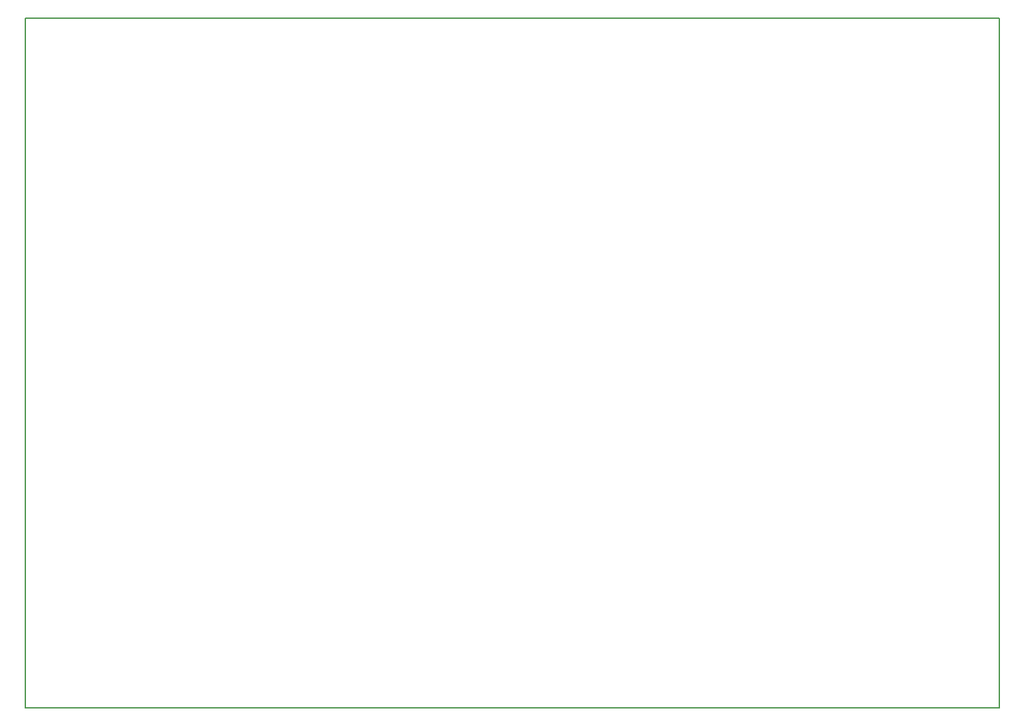
<source format=gbr>
%TF.GenerationSoftware,KiCad,Pcbnew,6.0.2+dfsg-1*%
%TF.CreationDate,2024-08-04T07:55:02+02:00*%
%TF.ProjectId,radio-usb,72616469-6f2d-4757-9362-2e6b69636164,rev?*%
%TF.SameCoordinates,Original*%
%TF.FileFunction,Profile,NP*%
%FSLAX46Y46*%
G04 Gerber Fmt 4.6, Leading zero omitted, Abs format (unit mm)*
G04 Created by KiCad (PCBNEW 6.0.2+dfsg-1) date 2024-08-04 07:55:02*
%MOMM*%
%LPD*%
G01*
G04 APERTURE LIST*
%TA.AperFunction,Profile*%
%ADD10C,0.200000*%
%TD*%
G04 APERTURE END LIST*
D10*
X38100000Y-25501600D02*
X165100000Y-25501600D01*
X165100000Y-25501600D02*
X165100000Y-115544600D01*
X165100000Y-115544600D02*
X38100000Y-115544600D01*
X38100000Y-115544600D02*
X38100000Y-25501600D01*
M02*

</source>
